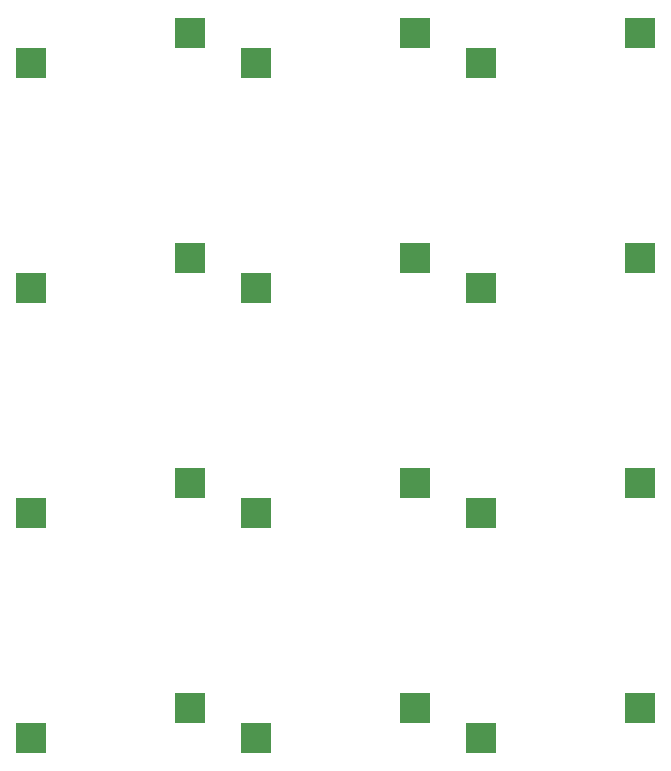
<source format=gbp>
G04 Layer: BottomPasteMaskLayer*
G04 EasyEDA v6.5.14, 2022-08-21 10:02:06*
G04 f0c9403b1c134f068d22612342c05ff7,da7caadd334e45d081e68ba313aefb3e,10*
G04 Gerber Generator version 0.2*
G04 Scale: 100 percent, Rotated: No, Reflected: No *
G04 Dimensions in millimeters *
G04 leading zeros omitted , absolute positions ,4 integer and 5 decimal *
%FSLAX45Y45*%
%MOMM*%

%AMMACRO1*4,1,4,-1.275,1.25,-1.275,-1.25,1.275,-1.25,1.275,1.25,-1.275,1.25,0*%
%AMMACRO2*4,1,4,-1.275,1.25,1.275,1.25,1.275,-1.25,-1.275,-1.25,-1.275,1.25,0*%
%ADD10MACRO1*%
%ADD11MACRO2*%

%LPD*%
D10*
G01*
X5993800Y3543300D03*
D11*
G01*
X4648799Y3289300D03*
D10*
G01*
X7898800Y3543300D03*
D11*
G01*
X6553799Y3289300D03*
D10*
G01*
X9803800Y3543300D03*
D11*
G01*
X8458799Y3289300D03*
D10*
G01*
X9803799Y1638300D03*
D11*
G01*
X8458798Y1384300D03*
D10*
G01*
X7898800Y1638300D03*
D11*
G01*
X6553799Y1384300D03*
D10*
G01*
X5993800Y1638300D03*
D11*
G01*
X4648799Y1384300D03*
D10*
G01*
X5993799Y-2171700D03*
D11*
G01*
X4648798Y-2425700D03*
D10*
G01*
X7898800Y-2171700D03*
D11*
G01*
X6553799Y-2425700D03*
D10*
G01*
X9803800Y-2171700D03*
D11*
G01*
X8458799Y-2425700D03*
D10*
G01*
X9803800Y-266700D03*
D11*
G01*
X8458799Y-520700D03*
D10*
G01*
X7898800Y-266700D03*
D11*
G01*
X6553799Y-520700D03*
D10*
G01*
X5993799Y-266700D03*
D11*
G01*
X4648798Y-520700D03*
M02*

</source>
